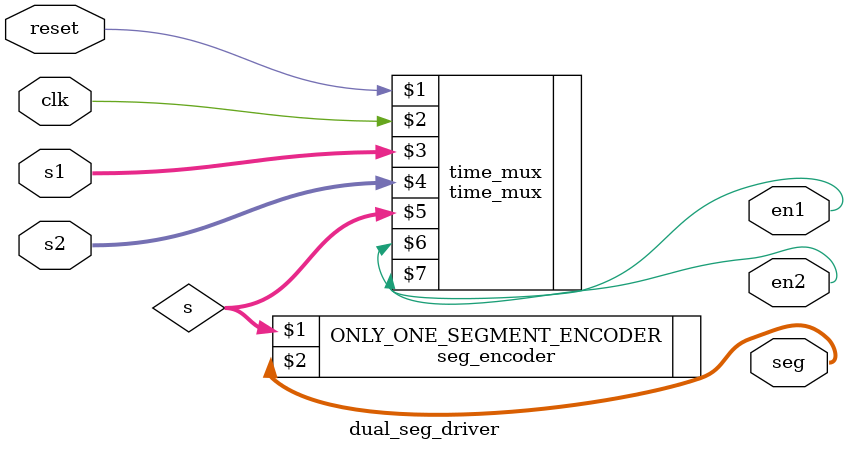
<source format=sv>
module dual_seg_driver( input clk, reset,
			input logic [3:0] s1, s2,
			output logic [6:0] seg,
			output logic en1, en2
);

	logic [3:0] s;
	// generate time multiplexed signal, s
	time_mux time_mux(reset, clk, s1, s2, s, en1, en2);
	
	// send multiplexed signal to 7_seg encoder
	seg_encoder ONLY_ONE_SEGMENT_ENCODER(s, seg);
	
endmodule
</source>
